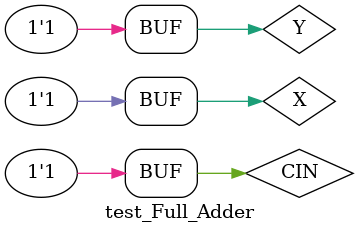
<source format=v>
`timescale 1ns / 1ps


/*module test_Full_Adder;
    reg X,Y,CIN;
    wire S,COUT;
    Full_adder U1(.s(S),.cout(COUT),.x(X),.y(Y),.cin(CIN));
    initial
    begin
    X=0;Y=0;CIN=0;
#10 X=0;Y=0;CIN=1;
#10 X=0;Y=1;CIN=0;
#10 X=0;Y=1;CIN=1;
#10 X=1;Y=0;CIN=0;
#10 X=1;Y=0;CIN=1;
#10 X=1;Y=1;CIN=0;
#10 X=1;Y=1;CIN=1;
    end
    endmodule*/


module test_Full_Adder;
wire S,COUT;
reg X,Y,CIN;
Full_Adder U0(.s(S),.cout(COUT),.x(X),.y(Y),.cin(CIN));
initial

begin
X=0;Y=0;CIN=0;
#10 X=0;Y=0;CIN=1;
#10 X=0;Y=1;CIN=0;
#10 X=0;Y=1;CIN=1;
#10 X=1;Y=0;CIN=0;
#10 X=1;Y=0;CIN=1;
#10 X=1;Y=1;CIN=0;
#10 X=1;Y=1;CIN=1;
end

endmodule

</source>
